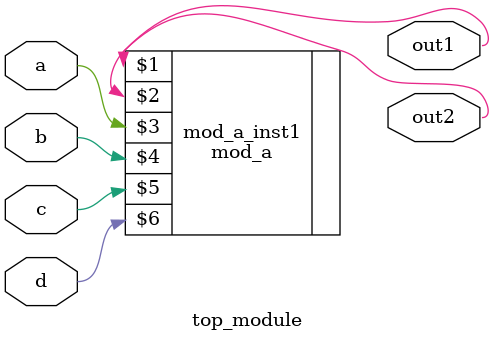
<source format=v>
module top_module ( 
    input a, 
    input b, 
    input c,
    input d,
    output out1,
    output out2
);
    mod_a mod_a_inst1( out1, out2, a, b, c, d);

endmodule

</source>
